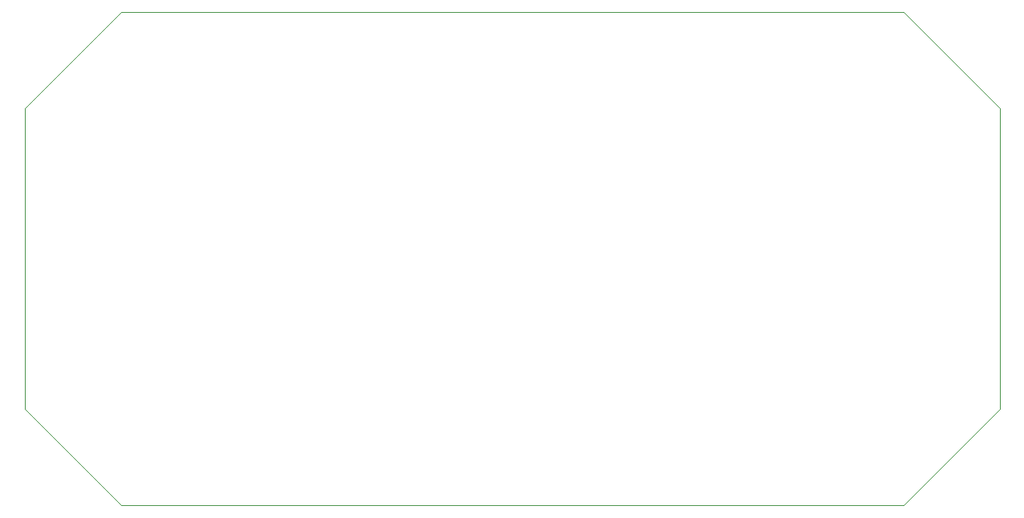
<source format=gm1>
G04 #@! TF.GenerationSoftware,KiCad,Pcbnew,(5.1.12)-1*
G04 #@! TF.CreationDate,2022-10-20T21:18:09-07:00*
G04 #@! TF.ProjectId,Transmisor_de_radio,5472616e-736d-4697-936f-725f64655f72,rev?*
G04 #@! TF.SameCoordinates,Original*
G04 #@! TF.FileFunction,Profile,NP*
%FSLAX46Y46*%
G04 Gerber Fmt 4.6, Leading zero omitted, Abs format (unit mm)*
G04 Created by KiCad (PCBNEW (5.1.12)-1) date 2022-10-20 21:18:09*
%MOMM*%
%LPD*%
G01*
G04 APERTURE LIST*
G04 #@! TA.AperFunction,Profile*
%ADD10C,0.050000*%
G04 #@! TD*
G04 APERTURE END LIST*
D10*
X200660000Y-116840000D02*
X200660000Y-85090000D01*
X97790000Y-85090000D02*
X97790000Y-116840000D01*
X190500000Y-74930000D02*
X107950000Y-74930000D01*
X107950000Y-127000000D02*
X190500000Y-127000000D01*
X200660000Y-85090000D02*
X190500000Y-74930000D01*
X200660000Y-116840000D02*
X190500000Y-127000000D01*
X107950000Y-74930000D02*
X97790000Y-85090000D01*
X107950000Y-127000000D02*
X97790000Y-116840000D01*
M02*

</source>
